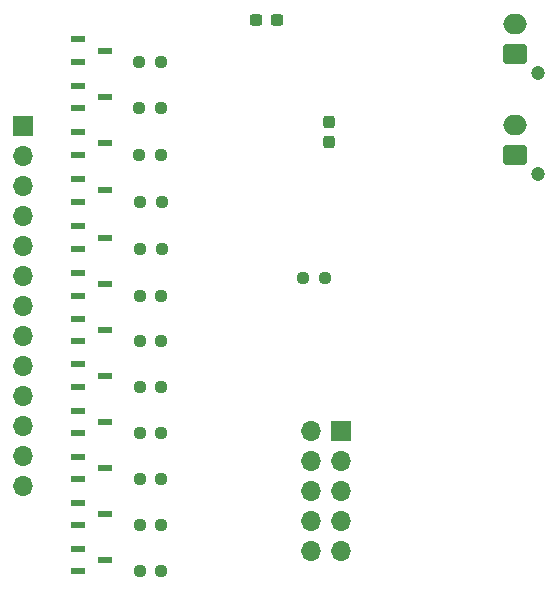
<source format=gbs>
%TF.GenerationSoftware,KiCad,Pcbnew,(6.0.11)*%
%TF.CreationDate,2023-07-31T18:46:05+10:00*%
%TF.ProjectId,LVBMS_A_Sample_R2,4c56424d-535f-4415-9f53-616d706c655f,1*%
%TF.SameCoordinates,Original*%
%TF.FileFunction,Soldermask,Bot*%
%TF.FilePolarity,Negative*%
%FSLAX46Y46*%
G04 Gerber Fmt 4.6, Leading zero omitted, Abs format (unit mm)*
G04 Created by KiCad (PCBNEW (6.0.11)) date 2023-07-31 18:46:05*
%MOMM*%
%LPD*%
G01*
G04 APERTURE LIST*
G04 Aperture macros list*
%AMRoundRect*
0 Rectangle with rounded corners*
0 $1 Rounding radius*
0 $2 $3 $4 $5 $6 $7 $8 $9 X,Y pos of 4 corners*
0 Add a 4 corners polygon primitive as box body*
4,1,4,$2,$3,$4,$5,$6,$7,$8,$9,$2,$3,0*
0 Add four circle primitives for the rounded corners*
1,1,$1+$1,$2,$3*
1,1,$1+$1,$4,$5*
1,1,$1+$1,$6,$7*
1,1,$1+$1,$8,$9*
0 Add four rect primitives between the rounded corners*
20,1,$1+$1,$2,$3,$4,$5,0*
20,1,$1+$1,$4,$5,$6,$7,0*
20,1,$1+$1,$6,$7,$8,$9,0*
20,1,$1+$1,$8,$9,$2,$3,0*%
G04 Aperture macros list end*
%ADD10C,1.200000*%
%ADD11RoundRect,0.250000X0.750000X-0.600000X0.750000X0.600000X-0.750000X0.600000X-0.750000X-0.600000X0*%
%ADD12O,2.000000X1.700000*%
%ADD13R,1.700000X1.700000*%
%ADD14O,1.700000X1.700000*%
%ADD15R,1.150000X0.600000*%
%ADD16RoundRect,0.237500X0.250000X0.237500X-0.250000X0.237500X-0.250000X-0.237500X0.250000X-0.237500X0*%
%ADD17RoundRect,0.237500X-0.300000X-0.237500X0.300000X-0.237500X0.300000X0.237500X-0.300000X0.237500X0*%
%ADD18RoundRect,0.237500X0.237500X-0.300000X0.237500X0.300000X-0.237500X0.300000X-0.237500X-0.300000X0*%
G04 APERTURE END LIST*
D10*
%TO.C,J1*%
X171316400Y-72288200D03*
D11*
X169316400Y-70688200D03*
D12*
X169316400Y-68188200D03*
%TD*%
D13*
%TO.C,J2*%
X127711200Y-76809600D03*
D14*
X127711200Y-79349600D03*
X127711200Y-81889600D03*
X127711200Y-84429600D03*
X127711200Y-86969600D03*
X127711200Y-89509600D03*
X127711200Y-92049600D03*
X127711200Y-94589600D03*
X127711200Y-97129600D03*
X127711200Y-99669600D03*
X127711200Y-102209600D03*
X127711200Y-104749600D03*
X127711200Y-107289600D03*
%TD*%
D13*
%TO.C,J4*%
X154579000Y-102620600D03*
D14*
X152039000Y-102620600D03*
X154579000Y-105160600D03*
X152039000Y-105160600D03*
X154579000Y-107700600D03*
X152039000Y-107700600D03*
X154579000Y-110240600D03*
X152039000Y-110240600D03*
X154579000Y-112780600D03*
X152039000Y-112780600D03*
%TD*%
D10*
%TO.C,J3*%
X171316400Y-80848000D03*
D11*
X169316400Y-79248000D03*
D12*
X169316400Y-76748000D03*
%TD*%
D15*
%TO.C,Q14*%
X132308600Y-114498200D03*
X132308600Y-112598200D03*
X134608600Y-113548200D03*
%TD*%
D16*
%TO.C,R25*%
X139400300Y-102814200D03*
X137575300Y-102814200D03*
%TD*%
%TO.C,R22*%
X139400300Y-91155600D03*
X137575300Y-91155600D03*
%TD*%
%TO.C,R18*%
X139409100Y-83205400D03*
X137584100Y-83205400D03*
%TD*%
D15*
%TO.C,Q3*%
X132301600Y-71358800D03*
X132301600Y-69458800D03*
X134601600Y-70408800D03*
%TD*%
%TO.C,Q6*%
X132317400Y-83205400D03*
X132317400Y-81305400D03*
X134617400Y-82255400D03*
%TD*%
D16*
%TO.C,R16*%
X139369700Y-79217600D03*
X137544700Y-79217600D03*
%TD*%
%TO.C,R14*%
X139367900Y-75306000D03*
X137542900Y-75306000D03*
%TD*%
D15*
%TO.C,Q11*%
X132308600Y-102814200D03*
X132308600Y-100914200D03*
X134608600Y-101864200D03*
%TD*%
D16*
%TO.C,R27*%
X139400300Y-110586600D03*
X137575300Y-110586600D03*
%TD*%
D15*
%TO.C,Q13*%
X132308600Y-110586600D03*
X132308600Y-108686600D03*
X134608600Y-109636600D03*
%TD*%
D16*
%TO.C,R20*%
X139418700Y-87172800D03*
X137593700Y-87172800D03*
%TD*%
D15*
%TO.C,Q8*%
X132308600Y-91155600D03*
X132308600Y-89255600D03*
X134608600Y-90205600D03*
%TD*%
%TO.C,Q7*%
X132327000Y-87193200D03*
X132327000Y-85293200D03*
X134627000Y-86243200D03*
%TD*%
D16*
%TO.C,R24*%
X139400300Y-98877200D03*
X137575300Y-98877200D03*
%TD*%
%TO.C,R28*%
X139400300Y-114498200D03*
X137575300Y-114498200D03*
%TD*%
D17*
%TO.C,C18*%
X147448100Y-67792600D03*
X149173100Y-67792600D03*
%TD*%
D18*
%TO.C,C1*%
X153593800Y-78180100D03*
X153593800Y-76455100D03*
%TD*%
D15*
%TO.C,Q4*%
X132301600Y-75306000D03*
X132301600Y-73406000D03*
X134601600Y-74356000D03*
%TD*%
D16*
%TO.C,R9*%
X153219600Y-89651400D03*
X151394600Y-89651400D03*
%TD*%
D15*
%TO.C,Q10*%
X132308600Y-98877200D03*
X132308600Y-96977200D03*
X134608600Y-97927200D03*
%TD*%
D16*
%TO.C,R23*%
X139400300Y-95016400D03*
X137575300Y-95016400D03*
%TD*%
D15*
%TO.C,Q5*%
X132303400Y-79217600D03*
X132303400Y-77317600D03*
X134603400Y-78267600D03*
%TD*%
D16*
%TO.C,R26*%
X139400300Y-106700400D03*
X137575300Y-106700400D03*
%TD*%
D15*
%TO.C,Q12*%
X132308600Y-106700400D03*
X132308600Y-104800400D03*
X134608600Y-105750400D03*
%TD*%
D16*
%TO.C,R12*%
X139367900Y-71358800D03*
X137542900Y-71358800D03*
%TD*%
D15*
%TO.C,Q9*%
X132308600Y-95016400D03*
X132308600Y-93116400D03*
X134608600Y-94066400D03*
%TD*%
M02*

</source>
